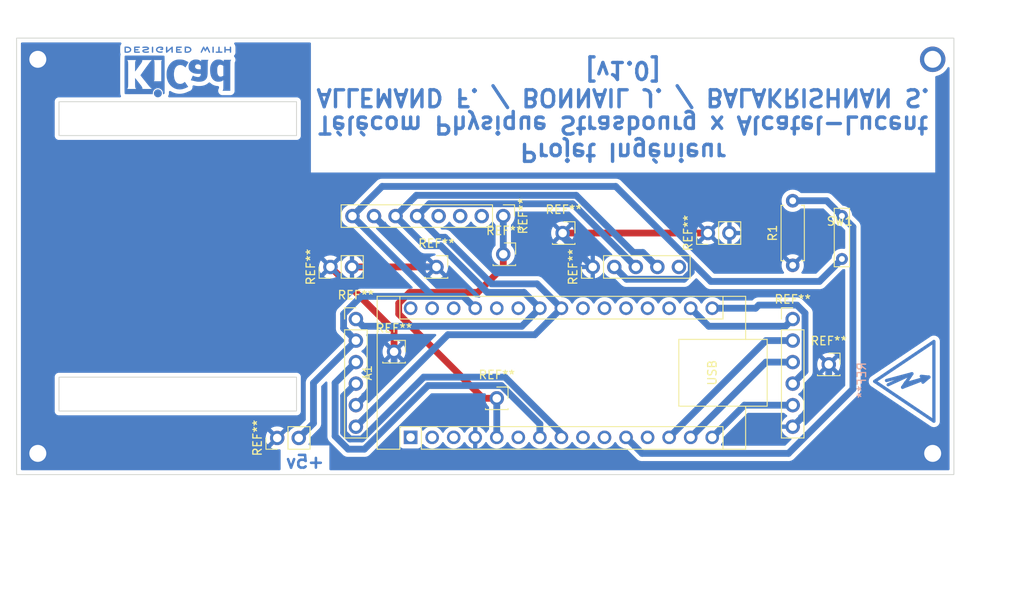
<source format=kicad_pcb>
(kicad_pcb (version 20211014) (generator pcbnew)
  (layers (0 "F.Cu" signal) (31 "B.Cu" signal) (34 "B.Paste" user) (35 "F.Paste" user) (36 "B.SilkS" user "B.Silkscreen") (37 "F.SilkS" user "F.Silkscreen") (38 "B.Mask" user) (39 "F.Mask" user) (44 "Edge.Cuts" user))
  (net 0 "")
  (net 1 "unconnected-(A1-Pad1)")
  (net 4 "Earth")
  (net 5 "INTERRUPT")
  (net 6 "BUTTON")
  (net 7 "GPS_RECEIVE")
  (net 8 "GPS_TRANSMIT")
  (net 12 "CS")
  (net 13 "MOSI")
  (net 14 "MISO")
  (net 15 "CLK")
  (net 16 "3.3v")
  (net 22 "SDA")
  (net 23 "SCL")
  (net 26 "5v")
  (footprint "Connector_PinSocket_2.54mm:PinSocket_1x01_P2.54mm_Vertical" (layer "F.Cu") (at 127.5 90)
    (fp_text reference "REF**")
    (fp_text value "PinSocket_1x01_P2.54mm_Vertical")
  )
  (footprint "Connector_PinSocket_2.54mm:PinSocket_1x01_P2.54mm_Vertical" (layer "F.Cu") (at 119.5 91.5)
    (fp_text reference "REF**")
    (fp_text value "PinSocket_1x01_P2.54mm_Vertical")
  )
  (footprint "Connector_PinSocket_2.54mm:PinSocket_1x01_P2.54mm_Vertical" (layer "F.Cu") (at 126.61 107)
    (fp_text reference "REF**")
    (fp_text value "PinSocket_1x01_P2.54mm_Vertical")
  )
  (footprint "Connector_PinSocket_2.54mm:PinSocket_1x01_P2.54mm_Vertical" (layer "F.Cu") (at 165.75 103)
    (fp_text reference "REF**")
    (fp_text value "PinSocket_1x01_P2.54mm_Vertical")
  )
  (footprint "Connector_PinHeader_2.54mm:PinHeader_1x06_P2.54mm_Vertical" (layer "F.Cu") (at 161.5 97.65)
    (fp_text reference "REF**")
    (fp_text value "SD Card")
  )
  (footprint "Module:Arduino_Nano" (layer "F.Cu") (at 116.45 111.61 90)
    (fp_text reference "A1")
    (fp_text value "Arduino_Nano_v3.x")
  )
  (footprint "TestPoint:TestPoint_Bridge_Pitch5.08mm_Drill0.7mm" (layer "F.Cu") (at 167.3 85.48 -90)
    (fp_text reference "SW1")
    (fp_text value "SW_Push")
  )
  (footprint "Connector_PinSocket_2.54mm:PinSocket_1x01_P2.54mm_Vertical" (layer "F.Cu") (at 134.5 87.5)
    (fp_text reference "REF**")
    (fp_text value "PinSocket_1x01_P2.54mm_Vertical")
  )
  (footprint "Connector_PinHeader_2.54mm:PinHeader_1x08_P2.54mm_Vertical" (layer "F.Cu") (at 127.375 85.5 -90)
    (fp_text reference "REF**")
    (fp_text value "IMU")
  )
  (footprint "Connector_PinSocket_2.54mm:PinSocket_1x01_P2.54mm_Vertical" (layer "F.Cu") (at 114.5 101.5)
    (fp_text reference "REF**")
    (fp_text value "PinSocket_1x01_P2.54mm_Vertical")
  )
  (footprint "Connector_PinHeader_2.54mm:PinHeader_1x02_P2.54mm_Vertical" (layer "F.Cu") (at 151.5 87.5 90)
    (fp_text reference "REF**")
    (fp_text value "PinHeader_1x02_P2.54mm_Vertical")
  )
  (footprint "Connector_PinHeader_2.54mm:PinHeader_1x06_P2.54mm_Vertical" (layer "F.Cu") (at 110 97.65)
    (fp_text reference "REF**")
    (fp_text value "GPS")
  )
  (footprint "Connector_PinHeader_2.54mm:PinHeader_1x05_P2.54mm_Vertical" (layer "F.Cu") (at 137.925 91.5 90)
    (fp_text reference "REF**")
    (fp_text value "RTC")
  )
  (footprint "Connector_PinHeader_2.54mm:PinHeader_1x02_P2.54mm_Vertical" (layer "F.Cu") (at 107 91.5 90)
    (fp_text reference "REF**")
    (fp_text value "PinHeader_1x02_P2.54mm_Vertical")
  )
  (footprint "Resistor_THT:R_Axial_DIN0207_L6.3mm_D2.5mm_P7.62mm_Horizontal" (layer "F.Cu") (at 161.5 91.31 90)
    (fp_text reference "R1")
    (fp_text value "R")
  )
  (footprint "Connector_PinHeader_2.54mm:PinHeader_1x02_P2.54mm_Vertical" (layer "F.Cu") (at 100.725 111.68 90)
    (fp_text reference "REF**")
    (fp_text value "PinHeader_1x02_P2.54mm_Vertical")
  )
  (footprint "Symbol:KiCad-Logo2_5mm_Copper" (layer "B.Cu") (at 89 68.5)
    (fp_text reference "REF**" hide)
    (fp_text value "KiCad-Logo2_5mm_Copper" hide)
  )
  (footprint "Symbol:Symbol_HighVoltage_Type2_CopperTop_VerySmall" (layer "B.Cu") (at 175.35141 105 -90)
    (fp_text reference "REF**")
    (fp_text value "Symbol_HighVoltage_Type2_CopperTop_VerySmall")
  )
  (gr_rect (start 75 104.5) (end 103 108.5) (layer "Edge.Cuts") (width 0.1) (fill none))
  (gr_rect (start 75 72) (end 103 76) (layer "Edge.Cuts") (width 0.1) (fill none))
  (gr_rect (start 70 64.5) (end 180.5 116) (layer "Edge.Cuts") (width 0.1) (fill none))
  (gr_text "Projet Ingénieur\nTélécom Physique Strasbourg x Alcatel-Lucent\nALLEMAND F. / BONNAIL J. / BALAKRISHNAN S.\n[v1.0]\n\n" (at 141.5 71.5 180) (layer "B.Cu") (effects (font (size 2 2) (thickness 0.4)) (justify mirror)))
  (gr_text "+5v" (at 104 114.5) (layer "B.Cu") (effects (font (size 1.5 1.5) (thickness 0.3)) (justify mirror)))
  (via (at 178 67) (size 3) (drill 2) (layers "F.Cu" "B.Cu") (net 0))
  (segment (start 116.26 111.8) (end 116.45 111.61) (width 0.8) (layer "B.Cu") (net 1))
  (segment (start 119.5 91.5) (end 109.54 91.5) (width 0.8) (layer "F.Cu") (net 4))
  (segment (start 107 91.5) (end 114.5 99) (width 0.8) (layer "F.Cu") (net 4))
  (segment (start 114.5 99) (end 114.5 101.5) (width 0.8) (layer "F.Cu") (net 4))
  (segment (start 151.5 87.5) (end 134.375 87.5) (width 0.8) (layer "F.Cu") (net 4))
  (via (at 72.5 67) (size 3) (drill 2) (layers "F.Cu" "B.Cu") (net 4))
  (via (at 178 113.5) (size 3) (drill 2) (layers "F.Cu" "B.Cu") (net 4))
  (via (at 72.5 113.5) (size 3) (drill 2) (layers "F.Cu" "B.Cu") (net 4))
  (segment (start 165.75 103) (end 165.75 106.1) (width 0.8) (layer "B.Cu") (net 4))
  (segment (start 114.5 103.31) (end 110 107.81) (width 0.8) (layer "B.Cu") (net 4))
  (segment (start 134.375 87.5) (end 134.375 87.95) (width 0.8) (layer "B.Cu") (net 4))
  (segment (start 165.75 106.1) (end 161.5 110.35) (width 0.8) (layer "B.Cu") (net 4))
  (segment (start 114.5 101.5) (end 114.5 103.31) (width 0.8) (layer "B.Cu") (net 4))
  (segment (start 118.135 91.5) (end 119.5 91.5) (width 0.8) (layer "B.Cu") (net 4))
  (segment (start 112.135 85.5) (end 118.135 91.5) (width 0.8) (layer "B.Cu") (net 4))
  (segment (start 134.375 87.95) (end 137.925 91.5) (width 0.8) (layer "B.Cu") (net 4))
  (segment (start 127.375 91.5) (end 127.375 90) (width 0.8) (layer "F.Cu") (net 5))
  (segment (start 115.05 97.05) (end 125 107) (width 0.8) (layer "F.Cu") (net 5))
  (segment (start 115.05 95.790101) (end 115.05 97.05) (width 0.8) (layer "F.Cu") (net 5))
  (segment (start 127.375 91.5) (end 124.375 94.5) (width 0.8) (layer "F.Cu") (net 5))
  (segment (start 124.375 94.5) (end 116.340101 94.5) (width 0.8) (layer "F.Cu") (net 5))
  (segment (start 116.340101 94.5) (end 115.05 95.790101) (width 0.8) (layer "F.Cu") (net 5))
  (segment (start 125 107) (end 126.61 107) (width 0.8) (layer "F.Cu") (net 5))
  (segment (start 127.375 85.5) (end 127.375 90) (width 0.8) (layer "B.Cu") (net 5))
  (segment (start 126.61 107) (end 126.61 111.61) (width 0.8) (layer "B.Cu") (net 5))
  (segment (start 161.5 83.69) (end 165.51 83.69) (width 0.8) (layer "B.Cu") (net 6))
  (segment (start 161 113.5) (end 143.74 113.5) (width 0.8) (layer "B.Cu") (net 6))
  (segment (start 143.74 113.5) (end 141.85 111.61) (width 0.8) (layer "B.Cu") (net 6))
  (segment (start 165.51 83.69) (end 167.3 85.48) (width 0.8) (layer "B.Cu") (net 6))
  (segment (start 168.6 86.78) (end 168.6 105.9) (width 0.8) (layer "B.Cu") (net 6))
  (segment (start 168.6 105.9) (end 161 113.5) (width 0.8) (layer "B.Cu") (net 6))
  (segment (start 167.3 85.48) (end 168.6 86.78) (width 0.8) (layer "B.Cu") (net 6))
  (segment (start 131.69 110.02939) (end 131.69 111.61) (width 0.8) (layer "B.Cu") (net 7))
  (segment (start 118.5 105.5) (end 127.16061 105.5) (width 0.8) (layer "B.Cu") (net 7))
  (segment (start 109.085786 113) (end 111 113) (width 0.8) (layer "B.Cu") (net 7))
  (segment (start 127.16061 105.5) (end 131.69 110.02939) (width 0.8) (layer "B.Cu") (net 7))
  (segment (start 110 102.73) (end 107.549999 105.180001) (width 0.8) (layer "B.Cu") (net 7))
  (segment (start 107.549999 105.180001) (end 107.549999 111.464213) (width 0.8) (layer "B.Cu") (net 7))
  (segment (start 107.549999 111.464213) (end 109.085786 113) (width 0.8) (layer "B.Cu") (net 7))
  (segment (start 111 113) (end 118.5 105.5) (width 0.8) (layer "B.Cu") (net 7))
  (segment (start 118 104.5) (end 127.574824 104.5) (width 0.8) (layer "B.Cu") (net 8))
  (segment (start 109.3 111.8) (end 110.7 111.8) (width 0.8) (layer "B.Cu") (net 8))
  (segment (start 134.23 111.155176) (end 134.23 111.61) (width 0.8) (layer "B.Cu") (net 8))
  (segment (start 108.55 106.72) (end 108.55 111.05) (width 0.8) (layer "B.Cu") (net 8))
  (segment (start 110 105.27) (end 108.55 106.72) (width 0.8) (layer "B.Cu") (net 8))
  (segment (start 110.7 111.8) (end 118 104.5) (width 0.8) (layer "B.Cu") (net 8))
  (segment (start 127.574824 104.5) (end 134.23 111.155176) (width 0.8) (layer "B.Cu") (net 8))
  (segment (start 108.55 111.05) (end 109.3 111.8) (width 0.8) (layer "B.Cu") (net 8))
  (segment (start 158.35 100.19) (end 146.93 111.61) (width 0.8) (layer "B.Cu") (net 12))
  (segment (start 161.5 100.19) (end 158.35 100.19) (width 0.8) (layer "B.Cu") (net 12))
  (segment (start 158.35 102.73) (end 149.47 111.61) (width 0.8) (layer "B.Cu") (net 13))
  (segment (start 161.5 102.73) (end 158.35 102.73) (width 0.8) (layer "B.Cu") (net 13))
  (segment (start 161.5 107.81) (end 155.81 107.81) (width 0.8) (layer "B.Cu") (net 14))
  (segment (start 155.81 107.81) (end 152.01 111.61) (width 0.8) (layer "B.Cu") (net 14))
  (segment (start 162.95 96.95) (end 162 96) (width 0.8) (layer "B.Cu") (net 15))
  (segment (start 161.5 105.27) (end 162.95 103.82) (width 0.8) (layer "B.Cu") (net 15))
  (segment (start 162.95 103.82) (end 162.95 96.95) (width 0.8) (layer "B.Cu") (net 15))
  (segment (start 162 96) (end 157.5 96) (width 0.8) (layer "B.Cu") (net 15))
  (segment (start 157.13 96.37) (end 152.01 96.37) (width 0.8) (layer "B.Cu") (net 15))
  (segment (start 157.5 96) (end 157.13 96.37) (width 0.8) (layer "B.Cu") (net 15))
  (segment (start 160.65 98.5) (end 151.6 98.5) (width 0.8) (layer "B.Cu") (net 16))
  (segment (start 161.5 97.65) (end 160.65 98.5) (width 0.8) (layer "B.Cu") (net 16))
  (segment (start 151.6 98.5) (end 149.47 96.37) (width 0.8) (layer "B.Cu") (net 16))
  (segment (start 117.215 85.5) (end 119.715 88) (width 0.8) (layer "B.Cu") (net 22))
  (segment (start 126 93.5) (end 131.36 93.5) (width 0.8) (layer "B.Cu") (net 22))
  (segment (start 119.715 88) (end 120.5 88) (width 0.8) (layer "B.Cu") (net 22))
  (segment (start 143.005 91.5) (end 135.555 84.05) (width 0.8) (layer "B.Cu") (net 22))
  (segment (start 118.665 84.05) (end 117.215 85.5) (width 0.8) (layer "B.Cu") (net 22))
  (segment (start 131.36 93.5) (end 134.23 96.37) (width 0.8) (layer "B.Cu") (net 22))
  (segment (start 135.555 84.05) (end 118.665 84.05) (width 0.8) (layer "B.Cu") (net 22))
  (segment (start 110 110.35) (end 120.85 99.5) (width 0.8) (layer "B.Cu") (net 22))
  (segment (start 120.85 99.5) (end 131.1 99.5) (width 0.8) (layer "B.Cu") (net 22))
  (segment (start 131.1 99.5) (end 134.23 96.37) (width 0.8) (layer "B.Cu") (net 22))
  (segment (start 120.5 88) (end 126 93.5) (width 0.8) (layer "B.Cu") (net 22))
  (segment (start 145.545 91.5) (end 143.835393 89.790393) (width 0.8) (layer "B.Cu") (net 23))
  (segment (start 142.709607 89.790393) (end 135.969214 83.05) (width 0.8) (layer "B.Cu") (net 23))
  (segment (start 129.56 98.5) (end 131.69 96.37) (width 0.8) (layer "B.Cu") (net 23))
  (segment (start 114.675 85.5) (end 118.175 89) (width 0.8) (layer "B.Cu") (net 23))
  (segment (start 120 89) (end 125.5 94.5) (width 0.8) (layer "B.Cu") (net 23))
  (segment (start 110 97.65) (end 110.85 98.5) (width 0.8) (layer "B.Cu") (net 23))
  (segment (start 110.85 98.5) (end 129.56 98.5) (width 0.8) (layer "B.Cu") (net 23))
  (segment (start 135.969214 83.05) (end 117.125 83.05) (width 0.8) (layer "B.Cu") (net 23))
  (segment (start 129.82 94.5) (end 131.69 96.37) (width 0.8) (layer "B.Cu") (net 23))
  (segment (start 143.835393 89.790393) (end 142.709607 89.790393) (width 0.8) (layer "B.Cu") (net 23))
  (segment (start 117.125 83.05) (end 114.675 85.5) (width 0.8) (layer "B.Cu") (net 23))
  (segment (start 118.175 89) (end 120 89) (width 0.8) (layer "B.Cu") (net 23))
  (segment (start 125.5 94.5) (end 129.82 94.5) (width 0.8) (layer "B.Cu") (net 23))
  (segment (start 105 105.19) (end 105 109.945) (width 0.8) (layer "B.Cu") (net 26))
  (segment (start 141.915 92.95) (end 148.68561 92.95) (width 0.8) (layer "B.Cu") (net 26))
  (segment (start 124.07 96.27) (end 124.07 96.37) (width 0.8) (layer "B.Cu") (net 26))
  (segment (start 109.595 85.5) (end 119.065 94.97) (width 0.8) (layer "B.Cu") (net 26))
  (segment (start 110 100.19) (end 105 105.19) (width 0.8) (layer "B.Cu") (net 26))
  (segment (start 108.55 97.04939) (end 110.62939 94.97) (width 0.8) (layer "B.Cu") (net 26))
  (segment (start 164.65 93.21) (end 151.84561 93.21) (width 0.8) (layer "B.Cu") (net 26))
  (segment (start 110.62939 94.97) (end 119.065 94.97) (width 0.8) (layer "B.Cu") (net 26))
  (segment (start 140.63561 82) (end 113.095 82) (width 0.8) (layer "B.Cu") (net 26))
  (segment (start 149.535 92.10061) (end 149.535 90.89939) (width 0.8) (layer "B.Cu") (net 26))
  (segment (start 122.67 94.97) (end 124.07 96.37) (width 0.8) (layer "B.Cu") (net 26))
  (segment (start 149.535 90.89939) (end 140.63561 82) (width 0.8) (layer "B.Cu") (net 26))
  (segment (start 105 109.945) (end 103.265 111.68) (width 0.8) (layer "B.Cu") (net 26))
  (segment (start 119.065 94.97) (end 122.67 94.97) (width 0.8) (layer "B.Cu") (net 26))
  (segment (start 148.68561 92.95) (end 149.535 92.10061) (width 0.8) (layer "B.Cu") (net 26))
  (segment (start 110 100.19) (end 108.55 98.74) (width 0.8) (layer "B.Cu") (net 26))
  (segment (start 108.55 98.74) (end 108.55 97.04939) (width 0.8) (layer "B.Cu") (net 26))
  (segment (start 140.465 91.5) (end 141.915 92.95) (width 0.8) (layer "B.Cu") (net 26))
  (segment (start 167.3 90.56) (end 164.65 93.21) (width 0.8) (layer "B.Cu") (net 26))
  (segment (start 113.095 82) (end 109.595 85.5) (width 0.8) (layer "B.Cu") (net 26))
  (segment (start 151.84561 93.21) (end 149.535 90.89939) (width 0.8) (layer "B.Cu") (net 26))
  (zone (net 4) (net_name "Earth") (layer "B.Cu") (connect_pads (clearance 0.508)) (min_thickness 0.254) (fill yes (thermal_gap 0.508) (thermal_bridge_width 0.508))
    (polygon (pts (xy 180 115.5) (xy 70.5 115.5) (xy 70.5 65) (xy 180 65)))
  )
)
</source>
